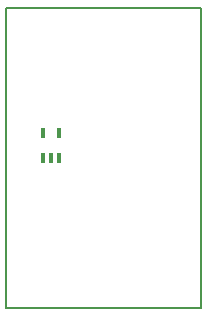
<source format=gbr>
G04 PROTEUS GERBER X2 FILE*
%TF.GenerationSoftware,Labcenter,Proteus,8.5-SP0-Build22067*%
%TF.CreationDate,2020-12-07T21:36:56+00:00*%
%TF.FileFunction,Paste,Top*%
%TF.FilePolarity,Positive*%
%TF.Part,Single*%
%FSLAX45Y45*%
%MOMM*%
G01*
%TA.AperFunction,Material*%
%ADD19R,0.406400X0.838200*%
%TA.AperFunction,Profile*%
%ADD13C,0.203200*%
D19*
X-3367000Y+889000D03*
X-3302000Y+889000D03*
X-3237000Y+889000D03*
X-3237000Y+1099000D03*
X-3367000Y+1099000D03*
D13*
X-3683000Y-381000D02*
X-2032000Y-381000D01*
X-2032000Y+2159000D01*
X-3683000Y+2159000D01*
X-3683000Y-381000D01*
M02*

</source>
